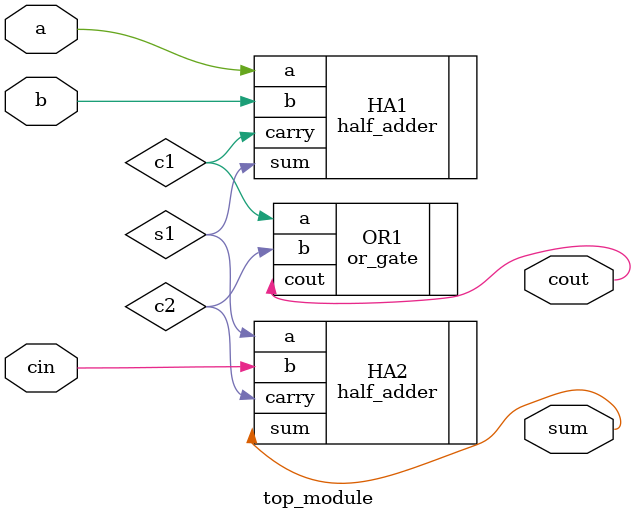
<source format=sv>
module top_module (
	input a,
	input b,
	input cin,
	output cout,
	output sum
);

	// Create internal signals
	wire s1, s2, c1, c2;

	// Create instances of half adders
	half_adder HA1 (.a(a), .b(b), .sum(s1), .carry(c1));
	half_adder HA2 (.a(s1), .b(cin), .sum(sum), .carry(c2));

	// Create instances of OR and AND gates
	or_gate OR1 (.a(c1), .b(c2), .cout(cout));

endmodule

</source>
